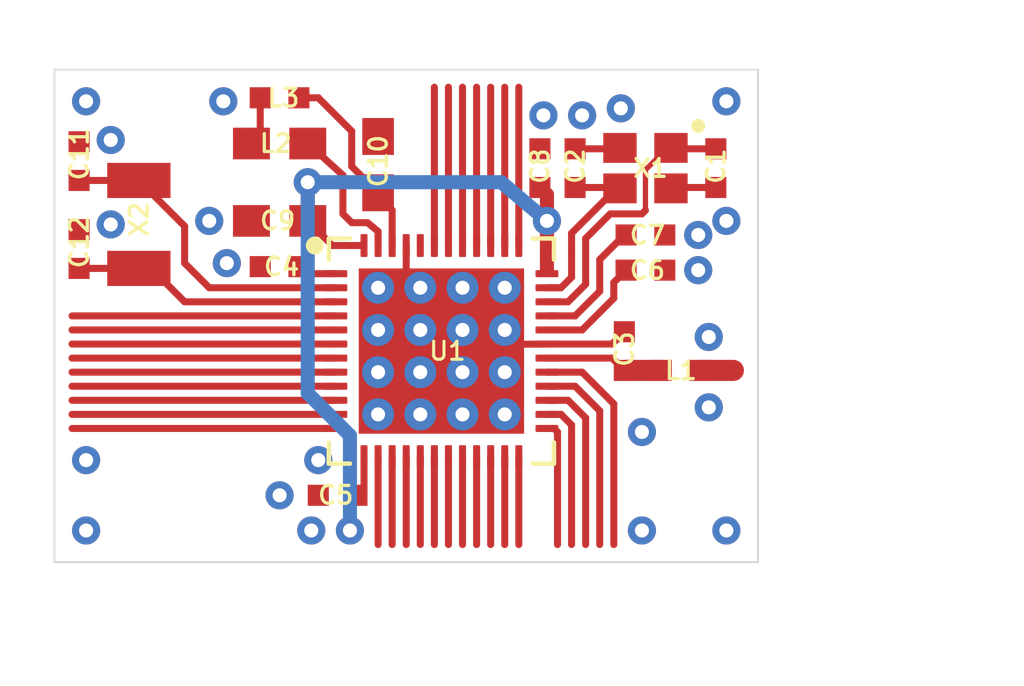
<source format=kicad_pcb>
(kicad_pcb (version 20221018) (generator pcbnew)
  (layers (0 "F.Cu" signal) (31 "B.Cu" signal) (34 "B.Paste" user) (35 "F.Paste" user) (36 "B.SilkS" user "B.Silkscreen") (37 "F.SilkS" user "F.Silkscreen") (38 "B.Mask" user) (39 "F.Mask" user) (44 "Edge.Cuts" user))
  (net 0 "")
  (net 1 "GND")
  (net 2 "DEC1")
  (net 3 "DEC4")
  (net 4 "DEC3")
  (net 5 "DEC2")
  (net 6 "ANT")
  (net 7 "N$3")
  (net 8 "X1")
  (net 9 "P0.31")
  (net 10 "P0.30")
  (net 11 "P0.29")
  (net 12 "P0.28")
  (net 13 "P0.27")
  (net 14 "P0.26")
  (net 15 "P0.25")
  (net 16 "P0.24")
  (net 17 "P0.23")
  (net 18 "P0.22")
  (net 19 "P0.02")
  (net 20 "P0.03")
  (net 21 "P0.04")
  (net 22 "P0.05")
  (net 23 "P0.06")
  (net 24 "P0.07")
  (net 25 "P0.08")
  (net 26 "P0.11")
  (net 27 "P0.12")
  (net 28 "P0.13")
  (net 29 "P0.14")
  (net 30 "P0.15")
  (net 31 "P0.16")
  (net 32 "P0.17")
  (net 33 "P0.18/SWO")
  (net 34 "P0.19")
  (net 35 "P0.20")
  (net 36 "P0.21/RESET")
  (net 37 "P0.00/XL1")
  (net 38 "P0.01/XL2")
  (net 39 "SWDCLK")
  (net 40 "SWDIO")
  (net 41 "VDD_P3V3")
  (net 42 "RF")
  (net 43 "P0.10")
  (net 44 "P0.09")
  (net 45 "N$2")
  (net 46 "N$4")
  (footprint "BT-XTAL_2016_N" (layer "F.Cu") (at 155.3011 100.8036 180)
    (fp_text reference "X1" (at 0.4 -0.3) (layer "F.SilkS") (effects (font (size 0.506528 0.506528) (thickness 0.093472)) (justify left bottom)))
    (fp_text value "32MHz")
    (fp_circle (center -1.5 1.2) (end -1.4 1.2) (stroke (width 0.2)) (fill none) (layer "F.SilkS"))
    (pad "1" smd rect (at -0.725 0.575 180) (size 0.95 0.85) (layers "F.Cu" "F.Paste" "F.Mask") (net 8 "X1"))
    (pad "2" smd rect (at 0.725 0.575 180) (size 0.95 0.85) (layers "F.Cu" "F.Paste" "F.Mask") (net 1 "GND"))
    (pad "3" smd rect (at 0.725 -0.575 180) (size 0.95 0.85) (layers "F.Cu" "F.Paste" "F.Mask") (net 7 "N$3"))
    (pad "4" smd rect (at -0.725 -0.575 180) (size 0.95 0.85) (layers "F.Cu" "F.Paste" "F.Mask") (net 1 "GND"))
  )
  (footprint "RESC0402_N" (layer "F.Cu") (at 157.3011 100.8036 -90)
    (fp_text reference "C1" (at 0.5 -0.3 90) (layer "F.SilkS") (effects (font (size 0.506528 0.506528) (thickness 0.093472)) (justify left bottom)))
    (fp_text value "12pF")
    (pad "1" smd rect (at -0.55 0 270) (size 0.6 0.6) (layers "F.Cu" "F.Paste" "F.Mask") (net 8 "X1"))
    (pad "2" smd rect (at 0.55 0 270) (size 0.6 0.6) (layers "F.Cu" "F.Paste" "F.Mask") (net 1 "GND"))
  )
  (footprint "RESC0402_N" (layer "F.Cu") (at 156.3011 106.5536)
    (fp_text reference "L1" (at -0.5 0.3) (layer "F.SilkS") (effects (font (size 0.506528 0.506528) (thickness 0.093472)) (justify left bottom)))
    (fp_text value "3.9nH")
    (pad "1" smd rect (at -0.55 0) (size 0.6 0.6) (layers "F.Cu" "F.Paste" "F.Mask") (net 6 "ANT"))
    (pad "2" smd rect (at 0.55 0) (size 0.6 0.6) (layers "F.Cu" "F.Paste" "F.Mask") (net 42 "RF"))
  )
  (footprint "RESC0402_N" (layer "F.Cu") (at 155.3011 102.7036)
    (fp_text reference "C7" (at -0.5 0.3) (layer "F.SilkS") (effects (font (size 0.506528 0.506528) (thickness 0.093472)) (justify left bottom)))
    (fp_text value "100pF")
    (pad "1" smd rect (at -0.55 0) (size 0.6 0.6) (layers "F.Cu" "F.Paste" "F.Mask") (net 4 "DEC3"))
    (pad "2" smd rect (at 0.55 0) (size 0.6 0.6) (layers "F.Cu" "F.Paste" "F.Mask") (net 1 "GND"))
  )
  (footprint "RESC0402_N" (layer "F.Cu") (at 144.9011 103.6036 180)
    (fp_text reference "C4" (at 0.5 -0.3) (layer "F.SilkS") (effects (font (size 0.506528 0.506528) (thickness 0.093472)) (justify left bottom)))
    (fp_text value "100nF")
    (pad "1" smd rect (at -0.55 0 180) (size 0.6 0.6) (layers "F.Cu" "F.Paste" "F.Mask") (net 2 "DEC1"))
    (pad "2" smd rect (at 0.55 0 180) (size 0.6 0.6) (layers "F.Cu" "F.Paste" "F.Mask") (net 1 "GND"))
  )
  (footprint "XTAL_3215_N" (layer "F.Cu") (at 140.9011 102.4036 -90)
    (fp_text reference "X2" (at 0.4 -0.3 90) (layer "F.SilkS") (effects (font (size 0.506528 0.506528) (thickness 0.093472)) (justify left bottom)))
    (fp_text value "32.768kHz")
    (pad "1" smd rect (at -1.25 0 270) (size 1 1.8) (layers "F.Cu" "F.Paste" "F.Mask") (net 37 "P0.00/XL1"))
    (pad "2" smd rect (at 1.25 0 270) (size 1 1.8) (layers "F.Cu" "F.Paste" "F.Mask") (net 38 "P0.01/XL2"))
  )
  (footprint "RESC0402_N" (layer "F.Cu") (at 152.3011 100.8036 90)
    (fp_text reference "C8" (at -0.5 0.3 90) (layer "F.SilkS") (effects (font (size 0.506528 0.506528) (thickness 0.093472)) (justify left bottom)))
    (fp_text value "100nF")
    (pad "1" smd rect (at -0.55 0 90) (size 0.6 0.6) (layers "F.Cu" "F.Paste" "F.Mask") (net 41 "VDD_P3V3"))
    (pad "2" smd rect (at 0.55 0 90) (size 0.6 0.6) (layers "F.Cu" "F.Paste" "F.Mask") (net 1 "GND"))
  )
  (footprint "RESC0603_N" (layer "F.Cu") (at 144.9011 102.3036 180)
    (fp_text reference "C9" (at -0.5 0.3) (layer "F.SilkS") (effects (font (size 0.506528 0.506528) (thickness 0.093472)) (justify right top)))
    (fp_text value "4.7µF")
    (pad "1" smd rect (at -0.8 0 180) (size 1.05 0.9) (layers "F.Cu" "F.Paste" "F.Mask") (net 41 "VDD_P3V3"))
    (pad "2" smd rect (at 0.8 0 180) (size 1.05 0.9) (layers "F.Cu" "F.Paste" "F.Mask") (net 1 "GND"))
  )
  (footprint "RESC0402_N" (layer "F.Cu") (at 144.9011 98.8036)
    (fp_text reference "L3" (at -0.4 0.3) (layer "F.SilkS") (effects (font (size 0.506528 0.506528) (thickness 0.093472)) (justify left bottom)))
    (fp_text value "15nH")
    (pad "1" smd rect (at -0.55 0) (size 0.6 0.6) (layers "F.Cu" "F.Paste" "F.Mask") (net 45 "N$2"))
    (pad "2" smd rect (at 0.55 0) (size 0.6 0.6) (layers "F.Cu" "F.Paste" "F.Mask") (net 3 "DEC4"))
  )
  (footprint "RESC0603_N" (layer "F.Cu") (at 144.9011 100.1036 180)
    (fp_text reference "L2" (at -0.4 0.3) (layer "F.SilkS") (effects (font (size 0.506528 0.506528) (thickness 0.093472)) (justify right top)))
    (fp_text value "10µH")
    (pad "1" smd rect (at -0.8 0 180) (size 1.05 0.9) (layers "F.Cu" "F.Paste" "F.Mask") (net 46 "N$4"))
    (pad "2" smd rect (at 0.8 0 180) (size 1.05 0.9) (layers "F.Cu" "F.Paste" "F.Mask") (net 45 "N$2"))
  )
  (footprint "RESC0402_N" (layer "F.Cu") (at 139.2011 100.6036 -90)
    (fp_text reference "C11" (at 0.6 -0.3 90) (layer "F.SilkS") (effects (font (size 0.506528 0.506528) (thickness 0.093472)) (justify left bottom)))
    (fp_text value "12pF")
    (pad "1" smd rect (at -0.55 0 270) (size 0.6 0.6) (layers "F.Cu" "F.Paste" "F.Mask") (net 1 "GND"))
    (pad "2" smd rect (at 0.55 0 270) (size 0.6 0.6) (layers "F.Cu" "F.Paste" "F.Mask") (net 37 "P0.00/XL1"))
  )
  (footprint "RESC0402_N" (layer "F.Cu") (at 154.7011 106.0036 90)
    (fp_text reference "C3" (at -0.5 0.3 90) (layer "F.SilkS") (effects (font (size 0.506528 0.506528) (thickness 0.093472)) (justify left bottom)))
    (fp_text value "0.8pF")
    (pad "1" smd rect (at -0.55 0 90) (size 0.6 0.6) (layers "F.Cu" "F.Paste" "F.Mask") (net 6 "ANT"))
    (pad "2" smd rect (at 0.55 0 90) (size 0.6 0.6) (layers "F.Cu" "F.Paste" "F.Mask") (net 1 "GND"))
  )
  (footprint "RESC0402_N" (layer "F.Cu") (at 155.3011 103.7036)
    (fp_text reference "C6" (at -0.5 0.3) (layer "F.SilkS") (effects (font (size 0.506528 0.506528) (thickness 0.093472)) (justify left bottom)))
    (fp_text value "N.M.")
    (pad "1" smd rect (at -0.55 0) (size 0.6 0.6) (layers "F.Cu" "F.Paste" "F.Mask") (net 5 "DEC2"))
    (pad "2" smd rect (at 0.55 0) (size 0.6 0.6) (layers "F.Cu" "F.Paste" "F.Mask") (net 1 "GND"))
  )
  (footprint "RESC0603_N" (layer "F.Cu") (at 147.7011 100.7036 90)
    (fp_text reference "C10" (at -0.7 0.3 90) (layer "F.SilkS") (effects (font (size 0.506528 0.506528) (thickness 0.093472)) (justify left bottom)))
    (fp_text value "1.0µF")
    (pad "1" smd rect (at -0.8 0 90) (size 1.05 0.9) (layers "F.Cu" "F.Paste" "F.Mask") (net 3 "DEC4"))
    (pad "2" smd rect (at 0.8 0 90) (size 1.05 0.9) (layers "F.Cu" "F.Paste" "F.Mask") (net 1 "GND"))
  )
  (footprint "QFN40P600X600X90-48_N" (layer "F.Cu") (at 149.5011 106.0036)
    (fp_text reference "U1" (at -0.4 0.3) (layer "F.SilkS") (effects (font (size 0.512967 0.512967) (thickness 0.087033)) (justify left bottom)))
    (fp_text value "NRF52832")
    (fp_line (start -3.2 -3.2) (end -3.2 -2.6) (stroke (width 0.127)) (layer "F.SilkS"))
    (fp_line (start -3.2 2.6) (end -3.2 3.2) (stroke (width 0.127)) (layer "F.SilkS"))
    (fp_line (start -3.2 3.2) (end -2.6 3.2) (stroke (width 0.127)) (layer "F.SilkS"))
    (fp_line (start -2.6 -3.2) (end -3.2 -3.2) (stroke (width 0.127)) (layer "F.SilkS"))
    (fp_line (start 2.6 3.2) (end 3.2 3.2) (stroke (width 0.127)) (layer "F.SilkS"))
    (fp_line (start 3.2 -3.2) (end 2.6 -3.2) (stroke (width 0.127)) (layer "F.SilkS"))
    (fp_line (start 3.2 -2.6) (end 3.2 -3.2) (stroke (width 0.127)) (layer "F.SilkS"))
    (fp_line (start 3.2 3.2) (end 3.2 2.6) (stroke (width 0.127)) (layer "F.SilkS"))
    (fp_circle (center -3.6 -3) (end -3.473 -3) (stroke (width 0.254)) (fill solid) (layer "F.SilkS"))
    (pad "1" smd roundrect (at -3 -2.2) (size 0.65 0.2) (layers "F.Cu" "F.Paste" "F.Mask") (roundrect_rratio 0.15) (net 2 "DEC1"))
    (pad "2" smd roundrect (at -3 -1.8) (size 0.65 0.2) (layers "F.Cu" "F.Paste" "F.Mask") (roundrect_rratio 0.15) (net 37 "P0.00/XL1"))
    (pad "3" smd roundrect (at -3 -1.4) (size 0.65 0.2) (layers "F.Cu" "F.Paste" "F.Mask") (roundrect_rratio 0.15) (net 38 "P0.01/XL2"))
    (pad "4" smd roundrect (at -3 -1) (size 0.65 0.2) (layers "F.Cu" "F.Paste" "F.Mask") (roundrect_rratio 0.15) (net 19 "P0.02"))
    (pad "5" smd roundrect (at -3 -0.6) (size 0.65 0.2) (layers "F.Cu" "F.Paste" "F.Mask") (roundrect_rratio 0.15) (net 20 "P0.03"))
    (pad "6" smd roundrect (at -3 -0.2) (size 0.65 0.2) (layers "F.Cu" "F.Paste" "F.Mask") (roundrect_rratio 0.15) (net 21 "P0.04"))
    (pad "7" smd roundrect (at -3 0.2) (size 0.65 0.2) (layers "F.Cu" "F.Paste" "F.Mask") (roundrect_rratio 0.15) (net 22 "P0.05"))
    (pad "8" smd roundrect (at -3 0.6) (size 0.65 0.2) (layers "F.Cu" "F.Paste" "F.Mask") (roundrect_rratio 0.15) (net 23 "P0.06"))
    (pad "9" smd roundrect (at -3 1) (size 0.65 0.2) (layers "F.Cu" "F.Paste" "F.Mask") (roundrect_rratio 0.15) (net 24 "P0.07"))
    (pad "10" smd roundrect (at -3 1.4) (size 0.65 0.2) (layers "F.Cu" "F.Paste" "F.Mask") (roundrect_rratio 0.15) (net 25 "P0.08"))
    (pad "11" smd roundrect (at -3 1.8) (size 0.65 0.2) (layers "F.Cu" "F.Paste" "F.Mask") (roundrect_rratio 0.15) (net 44 "P0.09"))
    (pad "12" smd roundrect (at -3 2.2) (size 0.65 0.2) (layers "F.Cu" "F.Paste" "F.Mask") (roundrect_rratio 0.15) (net 43 "P0.10"))
    (pad "13" smd roundrect (at -2.2 3 90) (size 0.65 0.2) (layers "F.Cu" "F.Paste" "F.Mask") (roundrect_rratio 0.15) (net 41 "VDD_P3V3"))
    (pad "14" smd roundrect (at -1.8 3 90) (size 0.65 0.2) (layers "F.Cu" "F.Paste" "F.Mask") (roundrect_rratio 0.15) (net 26 "P0.11"))
    (pad "15" smd roundrect (at -1.4 3 90) (size 0.65 0.2) (layers "F.Cu" "F.Paste" "F.Mask") (roundrect_rratio 0.15) (net 27 "P0.12"))
    (pad "16" smd roundrect (at -1 3 90) (size 0.65 0.2) (layers "F.Cu" "F.Paste" "F.Mask") (roundrect_rratio 0.15) (net 28 "P0.13"))
    (pad "17" smd roundrect (at -0.6 3 90) (size 0.65 0.2) (layers "F.Cu" "F.Paste" "F.Mask") (roundrect_rratio 0.15) (net 29 "P0.14"))
    (pad "18" smd roundrect (at -0.2 3 90) (size 0.65 0.2) (layers "F.Cu" "F.Paste" "F.Mask") (roundrect_rratio 0.15) (net 30 "P0.15"))
    (pad "19" smd roundrect (at 0.2 3 90) (size 0.65 0.2) (layers "F.Cu" "F.Paste" "F.Mask") (roundrect_rratio 0.15) (net 31 "P0.16"))
    (pad "20" smd roundrect (at 0.6 3 90) (size 0.65 0.2) (layers "F.Cu" "F.Paste" "F.Mask") (roundrect_rratio 0.15) (net 32 "P0.17"))
    (pad "21" smd roundrect (at 1 3 90) (size 0.65 0.2) (layers "F.Cu" "F.Paste" "F.Mask") (roundrect_rratio 0.15) (net 33 "P0.18/SWO"))
    (pad "22" smd roundrect (at 1.4 3 90) (size 0.65 0.2) (layers "F.Cu" "F.Paste" "F.Mask") (roundrect_rratio 0.15) (net 34 "P0.19"))
    (pad "23" smd roundrect (at 1.8 3 90) (size 0.65 0.2) (layers "F.Cu" "F.Paste" "F.Mask") (roundrect_rratio 0.15) (net 35 "P0.20"))
    (pad "24" smd roundrect (at 2.2 3 90) (size 0.65 0.2) (layers "F.Cu" "F.Paste" "F.Mask") (roundrect_rratio 0.15) (net 36 "P0.21/RESET"))
    (pad "25" smd roundrect (at 3 2.2 180) (size 0.65 0.2) (layers "F.Cu" "F.Paste" "F.Mask") (roundrect_rratio 0.15) (net 39 "SWDCLK"))
    (pad "26" smd roundrect (at 3 1.8 180) (size 0.65 0.2) (layers "F.Cu" "F.Paste" "F.Mask") (roundrect_rratio 0.15) (net 40 "SWDIO"))
    (pad "27" smd roundrect (at 3 1.4 180) (size 0.65 0.2) (layers "F.Cu" "F.Paste" "F.Mask") (roundrect_rratio 0.15) (net 18 "P0.22"))
    (pad "28" smd roundrect (at 3 1 180) (size 0.65 0.2) (layers "F.Cu" "F.Paste" "F.Mask") (roundrect_rratio 0.15) (net 17 "P0.23"))
    (pad "29" smd roundrect (at 3 0.6 180) (size 0.65 0.2) (layers "F.Cu" "F.Paste" "F.Mask") (roundrect_rratio 0.15) (net 16 "P0.24"))
    (pad "30" smd roundrect (at 3 0.2 180) (size 0.65 0.2) (layers "F.Cu" "F.Paste" "F.Mask") (roundrect_rratio 0.15) (net 6 "ANT"))
    (pad "31" smd roundrect (at 3 -0.2 180) (size 0.65 0.2) (layers "F.Cu" "F.Paste" "F.Mask") (roundrect_rratio 0.15) (net 1 "GND"))
    (pad "32" smd roundrect (at 3 -0.6 180) (size 0.65 0.2) (layers "F.Cu" "F.Paste" "F.Mask") (roundrect_rratio 0.15) (net 5 "DEC2"))
    (pad "33" smd roundrect (at 3 -1 180) (size 0.65 0.2) (layers "F.Cu" "F.Paste" "F.Mask") (roundrect_rratio 0.15) (net 4 "DEC3"))
    (pad "34" smd roundrect (at 3 -1.4 180) (size 0.65 0.2) (layers "F.Cu" "F.Paste" "F.Mask") (roundrect_rratio 0.15) (net 8 "X1"))
    (pad "35" smd roundrect (at 3 -1.8 180) (size 0.65 0.2) (layers "F.Cu" "F.Paste" "F.Mask") (roundrect_rratio 0.15) (net 7 "N$3"))
    (pad "36" smd roundrect (at 3 -2.2 180) (size 0.65 0.2) (layers "F.Cu" "F.Paste" "F.Mask") (roundrect_rratio 0.15) (net 41 "VDD_P3V3"))
    (pad "37" smd roundrect (at 2.2 -3 270) (size 0.65 0.2) (layers "F.Cu" "F.Paste" "F.Mask") (roundrect_rratio 0.15) (net 15 "P0.25"))
    (pad "38" smd roundrect (at 1.8 -3 270) (size 0.65 0.2) (layers "F.Cu" "F.Paste" "F.Mask") (roundrect_rratio 0.15) (net 14 "P0.26"))
    (pad "39" smd roundrect (at 1.4 -3 270) (size 0.65 0.2) (layers "F.Cu" "F.Paste" "F.Mask") (roundrect_rratio 0.15) (net 13 "P0.27"))
    (pad "40" smd roundrect (at 1 -3 270) (size 0.65 0.2) (layers "F.Cu" "F.Paste" "F.Mask") (roundrect_rratio 0.15) (net 12 "P0.28"))
    (pad "41" smd roundrect (at 0.6 -3 270) (size 0.65 0.2) (layers "F.Cu" "F.Paste" "F.Mask") (roundrect_rratio 0.15) (net 11 "P0.29"))
    (pad "42" smd roundrect (at 0.2 -3 270) (size 0.65 0.2) (layers "F.Cu" "F.Paste" "F.Mask") (roundrect_rratio 0.15) (net 10 "P0.30"))
    (pad "43" smd roundrect (at -0.2 -3 270) (size 0.65 0.2) (layers "F.Cu" "F.Paste" "F.Mask") (roundrect_rratio 0.15) (net 9 "P0.31"))
    (pad "44" smd roundrect (at -0.6 -3 270) (size 0.65 0.2) (layers "F.Cu" "F.Paste" "F.Mask") (roundrect_rratio 0.15))
    (pad "45" smd roundrect (at -1 -3 270) (size 0.65 0.2) (layers "F.Cu" "F.Paste" "F.Mask") (roundrect_rratio 0.15) (net 1 "GND"))
    (pad "46" smd roundrect (at -1.4 -3 270) (size 0.65 0.2) (layers "F.Cu" "F.Paste" "F.Mask") (roundrect_rratio 0.15) (net 3 "DEC4"))
    (pad "47" smd roundrect (at -1.8 -3 270) (size 0.65 0.2) (layers "F.Cu" "F.Paste" "F.Mask") (roundrect_rratio 0.15) (net 46 "N$4"))
    (pad "48" smd roundrect (at -2.2 -3 270) (size 0.65 0.2) (layers "F.Cu" "F.Paste" "F.Mask") (roundrect_rratio 0.15) (net 41 "VDD_P3V3"))
    (pad "PAD" smd rect (at 0 0 270) (size 4.7 4.7) (layers "F.Cu" "F.Paste" "F.Mask") (net 1 "GND"))
    (pad "PAD@VIA01" thru_hole circle (at -1.8 -1.8 180) (size 0.908 0.908) (drill 0.4) (layers "*.Cu" "*.Mask") (net 1 "GND"))
    (pad "PAD@VIA02" thru_hole circle (at -1.8 -0.6 90) (size 0.908 0.908) (drill 0.4) (layers "*.Cu" "*.Mask") (net 1 "GND"))
    (pad "PAD@VIA03" thru_hole circle (at -1.8 0.6 90) (size 0.908 0.908) (drill 0.4) (layers "*.Cu" "*.Mask") (net 1 "GND"))
    (pad "PAD@VIA04" thru_hole circle (at -1.8 1.8 90) (size 0.908 0.908) (drill 0.4) (layers "*.Cu" "*.Mask") (net 1 "GND"))
    (pad "PAD@VIA05" thru_hole circle (at -0.6 -1.8 90) (size 0.908 0.908) (drill 0.4) (layers "*.Cu" "*.Mask") (net 1 "GND"))
    (pad "PAD@VIA06" thru_hole circle (at -0.6 -0.6 90) (size 0.908 0.908) (drill 0.4) (layers "*.Cu" "*.Mask") (net 1 "GND"))
    (pad "PAD@VIA07" thru_hole circle (at -0.6 0.6 90) (size 0.908 0.908) (drill 0.4) (layers "*.Cu" "*.Mask") (net 1 "GND"))
    (pad "PAD@VIA08" thru_hole circle (at -0.6 1.8 90) (size 0.908 0.908) (drill 0.4) (layers "*.Cu" "*.Mask") (net 1 "GND"))
    (pad "PAD@VIA09" thru_hole circle (at 0.6 -1.8 90) (size 0.908 0.908) (drill 0.4) (layers "*.Cu" "*.Mask") (net 1 "GND"))
    (pad "PAD@VIA10" thru_hole circle (at 0.6 -0.6 90) (size 0.908 0.908) (drill 0.4) (layers "*.Cu" "*.Mask") (net 1 "GND"))
    (pad "PAD@VIA11" thru_hole circle (at 0.6 0.6 90) (size 0.908 0.908) (drill 0.4) (layers "*.Cu" "*.Mask") (net 1 "GND"))
    (pad "PAD@VIA12" thru_hole circle (at 0.6 1.8 90) (size 0.908 0.908) (drill 0.4) (layers "*.Cu" "*.Mask") (net 1 "GND"))
    (pad "PAD@VIA13" thru_hole circle (at 1.8 -1.8 90) (size 0.908 0.908) (drill 0.4) (layers "*.Cu" "*.Mask") (net 1 "GND"))
    (pad "PAD@VIA14" thru_hole circle (at 1.8 -0.6 90) (size 0.908 0.908) (drill 0.4) (layers "*.Cu" "*.Mask") (net 1 "GND"))
    (pad "PAD@VIA15" thru_hole circle (at 1.8 0.6 90) (size 0.908 0.908) (drill 0.4) (layers "*.Cu" "*.Mask") (net 1 "GND"))
    (pad "PAD@VIA16" thru_hole circle (at 1.8 1.8 90) (size 0.908 0.908) (drill 0.4) (layers "*.Cu" "*.Mask") (net 1 "GND"))
  )
  (footprint "RESC0402_N" (layer "F.Cu") (at 146.5511 110.1036 180)
    (fp_text reference "C5" (at -0.500003 0.300003) (layer "F.SilkS") (effects (font (size 0.506528 0.506528) (thickness 0.093472)) (justify right top)))
    (fp_text value "100nF")
    (pad "1" smd rect (at -0.55 0 180) (size 0.6 0.6) (layers "F.Cu" "F.Paste" "F.Mask") (net 41 "VDD_P3V3"))
    (pad "2" smd rect (at 0.55 0 180) (size 0.6 0.6) (layers "F.Cu" "F.Paste" "F.Mask") (net 1 "GND"))
  )
  (footprint "RESC0402_N" (layer "F.Cu") (at 153.3011 100.8036 90)
    (fp_text reference "C2" (at -0.5 0.3 90) (layer "F.SilkS") (effects (font (size 0.506528 0.506528) (thickness 0.093472)) (justify left bottom)))
    (fp_text value "12pF")
    (pad "1" smd rect (at -0.55 0 90) (size 0.6 0.6) (layers "F.Cu" "F.Paste" "F.Mask") (net 7 "N$3"))
    (pad "2" smd rect (at 0.55 0 90) (size 0.6 0.6) (layers "F.Cu" "F.Paste" "F.Mask") (net 1 "GND"))
  )
  (footprint "RESC0402_N" (layer "F.Cu") (at 139.2011 103.1036 -90)
    (fp_text reference "C12" (at 0.6 -0.3 90) (layer "F.SilkS") (effects (font (size 0.506528 0.506528) (thickness 0.093472)) (justify left bottom)))
    (fp_text value "12pF")
    (pad "1" smd rect (at -0.55 0 270) (size 0.6 0.6) (layers "F.Cu" "F.Paste" "F.Mask") (net 1 "GND"))
    (pad "2" smd rect (at 0.55 0 270) (size 0.6 0.6) (layers "F.Cu" "F.Paste" "F.Mask") (net 38 "P0.01/XL2"))
  )
  (gr_line (start 158.5011 112.0036) (end 158.5011 98.0036) (stroke (width 0.05)) (layer "Edge.Cuts"))
  (gr_line (start 138.5011 98.0036) (end 138.5011 112.0036) (stroke (width 0.05)) (layer "Edge.Cuts"))
  (gr_line (start 138.5011 112.0036) (end 158.5011 112.0036) (stroke (width 0.05)) (layer "Edge.Cuts"))
  (gr_line (start 158.5011 98.0036) (end 138.5011 98.0036) (stroke (width 0.05)) (layer "Edge.Cuts"))
  (segment (start 151.3511 105.8136) (end 151.3511 106.2136) (width 0.2) (layer "F.Cu") (net 1))
  (segment (start 151.3011 107.8036) (end 150.1011 107.8036) (width 0.2) (layer "F.Cu") (net 1))
  (segment (start 152.5011 105.8036) (end 154.3511 105.8036) (width 0.2) (layer "F.Cu") (net 1))
  (segment (start 150.1011 106.6036) (end 151.3011 106.6036) (width 0.2) (layer "F.Cu") (net 1))
  (segment (start 147.7011 107.8036) (end 148.9011 107.8036) (width 0.2) (layer "F.Cu") (net 1))
  (segment (start 150.1011 105.4036) (end 151.3011 105.4036) (width 0.2) (layer "F.Cu") (net 1))
  (segment (start 151.3511 106.2136) (end 151.3511 106.2136) (width 0.2) (layer "F.Cu") (net 1))
  (segment (start 151.3511 106.2136) (end 151.39941 106.310731) (width 0.2) (layer "F.Cu") (net 1))
  (segment (start 148.9011 105.4036) (end 150.1011 105.4036) (width 0.2) (layer "F.Cu") (net 1))
  (segment (start 147.7011 104.2036) (end 148.5011 104.2036) (width 0.2) (layer "F.Cu") (net 1))
  (segment (start 149.076836 105.827864) (end 149.2011 105.923215) (width 0.2) (layer "F.Cu") (net 1))
  (segment (start 149.345809 105.983155) (end 149.5011 106.0036) (width 0.2) (layer "F.Cu") (net 1))
  (segment (start 151.39941 106.310731) (end 151.406872 106.418955) (width 0.2) (layer "F.Cu") (net 1))
  (segment (start 148.9011 104.2036) (end 150.1011 104.2036) (width 0.2) (layer "F.Cu") (net 1))
  (segment (start 154.3511 105.8036) (end 154.7011 105.4536) (width 0.2) (layer "F.Cu") (net 1))
  (segment (start 148.5011 103.0036) (end 148.5011 104.2036) (width 0.2) (layer "F.Cu") (net 1))
  (segment (start 147.7011 106.6036) (end 148.9011 106.6036) (width 0.2) (layer "F.Cu") (net 1))
  (segment (start 147.7011 107.8036) (end 147.7011 106.6036) (width 0.2) (layer "F.Cu") (net 1))
  (segment (start 153.3011 100.2536) (end 154.5511 100.2536) (width 0.2) (layer "F.Cu") (net 1))
  (segment (start 150.1011 104.2036) (end 151.3011 104.2036) (width 0.2) (layer "F.Cu") (net 1))
  (segment (start 148.602267 104.110835) (end 148.68675 104.181087) (width 0.2) (layer "F.Cu") (net 1))
  (segment (start 148.9011 105.4036) (end 148.921545 105.558891) (width 0.2) (layer "F.Cu") (net 1))
  (segment (start 151.276784 105.727209) (end 151.241186 105.618955) (width 0.2) (layer "F.Cu") (net 1))
  (segment (start 156.0511 101.3536) (end 156.0261 101.3786) (width 0.2) (layer "F.Cu") (net 1))
  (segment (start 148.68675 104.181087) (end 148.9011 104.2036) (width 0.2) (layer "F.Cu") (net 1))
  (segment (start 151.3011 104.2036) (end 151.3011 105.4036) (width 0.2) (layer "F.Cu") (net 1))
  (segment (start 148.5511 104.0136) (end 148.602267 104.110835) (width 0.2) (layer "F.Cu") (net 1))
  (segment (start 144.3511 102.5536) (end 144.1011 102.3036) (width 0.2) (layer "F.Cu") (net 1))
  (segment (start 151.3011 106.6036) (end 151.3011 107.8036) (width 0.2) (layer "F.Cu") (net 1))
  (segment (start 148.5011 104.2036) (end 148.9011 104.2036) (width 0.2) (layer "F.Cu") (net 1))
  (segment (start 148.921545 105.558891) (end 148.981485 105.7036) (width 0.2) (layer "F.Cu") (net 1))
  (segment (start 157.3011 101.3536) (end 156.0511 101.3536) (width 0.2) (layer "F.Cu") (net 1))
  (segment (start 151.3511 105.8136) (end 151.3511 105.8136) (width 0.2) (layer "F.Cu") (net 1))
  (segment (start 148.981485 105.7036) (end 149.076836 105.827864) (width 0.2) (layer "F.Cu") (net 1))
  (segment (start 147.7011 105.4036) (end 148.9011 105.4036) (width 0.2) (layer "F.Cu") (net 1))
  (segment (start 148.9011 105.4036) (end 148.9011 105.4036) (width 0.2) (layer "F.Cu") (net 1))
  (segment (start 151.406872 106.418955) (end 151.3011 106.6036) (width 0.2) (layer "F.Cu") (net 1))
  (segment (start 149.2011 105.923215) (end 149.345809 105.983155) (width 0.2) (layer "F.Cu") (net 1))
  (segment (start 148.5511 104.0136) (end 148.5511 104.0136) (width 0.2) (layer "F.Cu") (net 1))
  (segment (start 151.241186 105.618955) (end 151.3011 105.4036) (width 0.2) (layer "F.Cu") (net 1))
  (segment (start 154.5511 100.2536) (end 154.5761 100.2286) (width 0.2) (layer "F.Cu") (net 1))
  (segment (start 152.5011 105.8036) (end 151.3511 105.8136) (width 0.2) (layer "F.Cu") (net 1))
  (segment (start 151.3511 105.8136) (end 151.276784 105.727209) (width 0.2) (layer "F.Cu") (net 1))
  (segment (start 148.9011 106.6036) (end 150.1011 106.6036) (width 0.2) (layer "F.Cu") (net 1))
  (via (at 145.8011 111.1036) (size 0.8) (drill 0.4) (layers "F.Cu" "B.Cu") (net 1))
  (via (at 155.2011 108.3036) (size 0.8) (drill 0.4) (layers "F.Cu" "B.Cu") (net 1))
  (via (at 157.6011 98.9036) (size 0.8) (drill 0.4) (layers "F.Cu" "B.Cu") (net 1))
  (via (at 156.8011 102.7036) (size 0.8) (drill 0.4) (layers "F.Cu" "B.Cu") (net 1))
  (via (at 144.9011 110.1036) (size 0.8) (drill 0.4) (layers "F.Cu" "B.Cu") (net 1))
  (via (at 152.4011 99.3036) (size 0.8) (drill 0.4) (layers "F.Cu" "B.Cu") (net 1))
  (via (at 157.1011 105.6036) (size 0.8) (drill 0.4) (layers "F.Cu" "B.Cu") (net 1))
  (via (at 140.1011 102.4036) (size 0.8) (drill 0.4) (layers "F.Cu" "B.Cu") (net 1))
  (via (at 139.4011 111.1036) (size 0.8) (drill 0.4) (layers "F.Cu" "B.Cu") (net 1))
  (via (at 157.6011 102.3036) (size 0.8) (drill 0.4) (layers "F.Cu" "B.Cu") (net 1))
  (via (at 157.1011 107.6036) (size 0.8) (drill 0.4) (layers "F.Cu" "B.Cu") (net 1))
  (via (at 154.6011 99.1036) (size 0.8) (drill 0.4) (layers "F.Cu" "B.Cu") (net 1))
  (via (at 139.4011 98.9036) (size 0.8) (drill 0.4) (layers "F.Cu" "B.Cu") (net 1))
  (via (at 139.4011 109.1036) (size 0.8) (drill 0.4) (layers "F.Cu" "B.Cu") (net 1))
  (via (at 143.4011 103.5036) (size 0.8) (drill 0.4) (layers "F.Cu" "B.Cu") (net 1))
  (via (at 155.2011 111.1036) (size 0.8) (drill 0.4) (layers "F.Cu" "B.Cu") (net 1))
  (via (at 157.6011 111.1036) (size 0.8) (drill 0.4) (layers "F.Cu" "B.Cu") (net 1))
  (via (at 146.0011 109.1036) (size 0.8) (drill 0.4) (layers "F.Cu" "B.Cu") (net 1))
  (via (at 143.3011 98.9036) (size 0.8) (drill 0.4) (layers "F.Cu" "B.Cu") (net 1))
  (via (at 140.1011 100.0036) (size 0.8) (drill 0.4) (layers "F.Cu" "B.Cu") (net 1))
  (via (at 156.8011 103.7036) (size 0.8) (drill 0.4) (layers "F.Cu" "B.Cu") (net 1))
  (via (at 153.5011 99.3036) (size 0.8) (drill 0.4) (layers "F.Cu" "B.Cu") (net 1))
  (via (at 142.9011 102.3036) (size 0.8) (drill 0.4) (layers "F.Cu" "B.Cu") (net 1))
  (segment (start 146.5011 103.8036) (end 145.6511 103.8036) (width 0.2) (layer "F.Cu") (net 2))
  (segment (start 145.6511 103.8036) (end 145.4511 103.6036) (width 0.2) (layer "F.Cu") (net 2))
  (segment (start 146.0011 98.8036) (end 146.9511 99.7536) (width 0.2) (layer "F.Cu") (net 3))
  (segment (start 148.1011 103.0036) (end 148.1011 102.0036) (width 0.2) (layer "F.Cu") (net 3))
  (segment (start 148.1011 102.0036) (end 147.7011 101.5036) (width 0.2) (layer "F.Cu") (net 3))
  (segment (start 145.4511 98.8036) (end 146.0011 98.8036) (width 0.2) (layer "F.Cu") (net 3))
  (segment (start 146.9511 99.7536) (end 146.9511 100.5536) (width 0.2) (layer "F.Cu") (net 3))
  (segment (start 146.9511 100.5536) (end 146.9511 100.7536) (width 0.2) (layer "F.Cu") (net 3))
  (segment (start 146.9511 100.7536) (end 147.7011 101.5036) (width 0.2) (layer "F.Cu") (net 3))
  (segment (start 154.6511 102.7536) (end 154.7511 102.7036) (width 0.2) (layer "F.Cu") (net 4))
  (segment (start 153.7011 104.6036) (end 154.0011 104.3036) (width 0.2) (layer "F.Cu") (net 4))
  (segment (start 154.0011 103.4036) (end 154.6511 102.7536) (width 0.2) (layer "F.Cu") (net 4))
  (segment (start 152.5011 105.0036) (end 153.3011 105.0036) (width 0.2) (layer "F.Cu") (net 4))
  (segment (start 154.0011 104.3036) (end 154.0011 103.4036) (width 0.2) (layer "F.Cu") (net 4))
  (segment (start 153.3011 105.0036) (end 153.7011 104.6036) (width 0.2) (layer "F.Cu") (net 4))
  (segment (start 154.4011 104.0536) (end 154.7511 103.7036) (width 0.2) (layer "F.Cu") (net 5))
  (segment (start 154.4011 104.5036) (end 154.4011 104.3036) (width 0.2) (layer "F.Cu") (net 5))
  (segment (start 154.1011 104.8036) (end 154.4011 104.5036) (width 0.2) (layer "F.Cu") (net 5))
  (segment (start 154.4011 104.3036) (end 154.4011 104.0536) (width 0.2) (layer "F.Cu") (net 5))
  (segment (start 152.5011 105.4036) (end 153.5011 105.4036) (width 0.2) (layer "F.Cu") (net 5))
  (segment (start 153.5011 105.4036) (end 154.1011 104.8036) (width 0.2) (layer "F.Cu") (net 5))
  (segment (start 152.5011 106.2036) (end 154.3511 106.2036) (width 0.2) (layer "F.Cu") (net 6))
  (segment (start 154.3511 106.2036) (end 154.7011 106.5536) (width 0.2) (layer "F.Cu") (net 6))
  (segment (start 154.7511 106.5536) (end 154.7011 106.5536) (width 0.2) (layer "F.Cu") (net 6))
  (segment (start 155.7511 106.5536) (end 154.7511 106.5536) (width 0.6) (layer "F.Cu") (net 6))
  (segment (start 152.5011 104.2036) (end 152.9011 104.2036) (width 0.2) (layer "F.Cu") (net 7))
  (segment (start 153.2011 103.1036) (end 153.2011 102.6536) (width 0.2) (layer "F.Cu") (net 7))
  (segment (start 153.2011 103.9036) (end 153.2011 103.1036) (width 0.2) (layer "F.Cu") (net 7))
  (segment (start 154.5511 101.3536) (end 154.5761 101.3786) (width 0.2) (layer "F.Cu") (net 7))
  (segment (start 154.5011 101.3536) (end 154.5511 101.3536) (width 0.2) (layer "F.Cu") (net 7))
  (segment (start 152.9011 104.2036) (end 153.2011 103.9036) (width 0.2) (layer "F.Cu") (net 7))
  (segment (start 153.3011 101.3536) (end 154.5011 101.3536) (width 0.2) (layer "F.Cu") (net 7))
  (segment (start 153.2011 102.6536) (end 154.5011 101.3536) (width 0.2) (layer "F.Cu") (net 7))
  (segment (start 153.6011 102.8036) (end 154.3011 102.1036) (width 0.2) (layer "F.Cu") (net 8))
  (segment (start 156.0511 100.2536) (end 156.0261 100.2286) (width 0.2) (layer "F.Cu") (net 8))
  (segment (start 152.5011 104.6036) (end 153.1011 104.6036) (width 0.2) (layer "F.Cu") (net 8))
  (segment (start 155.3011 100.8536) (end 155.9261 100.2286) (width 0.15) (layer "F.Cu") (net 8))
  (segment (start 155.3011 102.0036) (end 155.3011 100.8536) (width 0.15) (layer "F.Cu") (net 8))
  (segment (start 157.3011 100.2536) (end 156.0511 100.2536) (width 0.2) (layer "F.Cu") (net 8))
  (segment (start 153.5011 104.2036) (end 153.6011 104.1036) (width 0.2) (layer "F.Cu") (net 8))
  (segment (start 153.6011 104.1036) (end 153.6011 103.3036) (width 0.2) (layer "F.Cu") (net 8))
  (segment (start 154.3011 102.1036) (end 155.2011 102.1036) (width 0.2) (layer "F.Cu") (net 8))
  (segment (start 153.6011 103.3036) (end 153.6011 102.8036) (width 0.2) (layer "F.Cu") (net 8))
  (segment (start 155.2011 102.1036) (end 155.3011 102.0036) (width 0.2) (layer "F.Cu") (net 8))
  (segment (start 153.1011 104.6036) (end 153.5011 104.2036) (width 0.2) (layer "F.Cu") (net 8))
  (segment (start 155.9261 100.2286) (end 156.0261 100.2286) (width 0.15) (layer "F.Cu") (net 8))
  (segment (start 149.3011 103.0036) (end 149.3011 98.5036) (width 0.2) (layer "F.Cu") (net 9))
  (segment (start 149.7011 103.0036) (end 149.7011 98.5036) (width 0.2) (layer "F.Cu") (net 10))
  (segment (start 150.1011 103.0036) (end 150.1011 98.5036) (width 0.2) (layer "F.Cu") (net 11))
  (segment (start 150.5011 103.0036) (end 150.5011 98.5036) (width 0.2) (layer "F.Cu") (net 12))
  (segment (start 150.9011 103.0036) (end 150.9011 98.5036) (width 0.2) (layer "F.Cu") (net 13))
  (segment (start 151.3011 103.0036) (end 151.3011 98.5036) (width 0.2) (layer "F.Cu") (net 14))
  (segment (start 151.7011 103.0036) (end 151.7011 98.5036) (width 0.2) (layer "F.Cu") (net 15))
  (segment (start 154.4011 107.5036) (end 154.4011 111.5036) (width 0.2) (layer "F.Cu") (net 16))
  (segment (start 153.5011 106.6036) (end 154.2011 107.3036) (width 0.2) (layer "F.Cu") (net 16))
  (segment (start 154.2011 107.3036) (end 154.3011 107.4036) (width 0.2) (layer "F.Cu") (net 16))
  (segment (start 154.3011 107.4036) (end 154.4011 107.5036) (width 0.2) (layer "F.Cu") (net 16))
  (segment (start 152.5011 106.6036) (end 153.5011 106.6036) (width 0.2) (layer "F.Cu") (net 16))
  (segment (start 153.4011 107.1036) (end 153.3011 107.0036) (width 0.2) (layer "F.Cu") (net 17))
  (segment (start 154.0011 107.7036) (end 154.0011 111.5036) (width 0.2) (layer "F.Cu") (net 17))
  (segment (start 153.3011 107.0036) (end 152.5011 107.0036) (width 0.2) (layer "F.Cu") (net 17))
  (segment (start 153.4011 107.1036) (end 154.0011 107.7036) (width 0.2) (layer "F.Cu") (net 17))
  (segment (start 153.1011 107.4036) (end 153.6011 107.9036) (width 0.2) (layer "F.Cu") (net 18))
  (segment (start 153.6011 107.9036) (end 153.6011 111.5036) (width 0.2) (layer "F.Cu") (net 18))
  (segment (start 152.5011 107.4036) (end 153.1011 107.4036) (width 0.2) (layer "F.Cu") (net 18))
  (segment (start 146.5011 105.0036) (end 139.0011 105.0036) (width 0.2) (layer "F.Cu") (net 19))
  (segment (start 146.5011 105.4036) (end 139.0011 105.4036) (width 0.2) (layer "F.Cu") (net 20))
  (segment (start 146.5011 105.8036) (end 139.0011 105.8036) (width 0.2) (layer "F.Cu") (net 21))
  (segment (start 146.5011 106.2036) (end 139.0011 106.2036) (width 0.2) (layer "F.Cu") (net 22))
  (segment (start 146.5011 106.6036) (end 139.0011 106.6036) (width 0.2) (layer "F.Cu") (net 23))
  (segment (start 146.5011 107.0036) (end 139.0011 107.0036) (width 0.2) (layer "F.Cu") (net 24))
  (segment (start 146.5011 107.4036) (end 139.0011 107.4036) (width 0.2) (layer "F.Cu") (net 25))
  (segment (start 147.7011 109.0036) (end 147.7011 111.5036) (width 0.2) (layer "F.Cu") (net 26))
  (segment (start 148.1011 109.0036) (end 148.1011 111.5036) (width 0.2) (layer "F.Cu") (net 27))
  (segment (start 148.5011 109.0036) (end 148.5011 111.5036) (width 0.2) (layer "F.Cu") (net 28))
  (segment (start 148.9011 109.0036) (end 148.9011 111.5036) (width 0.2) (layer "F.Cu") (net 29))
  (segment (start 149.3011 109.0036) (end 149.3011 111.5036) (width 0.2) (layer "F.Cu") (net 30))
  (segment (start 149.7011 109.0036) (end 149.7011 111.5036) (width 0.2) (layer "F.Cu") (net 31))
  (segment (start 150.1011 109.0036) (end 150.1011 111.5036) (width 0.2) (layer "F.Cu") (net 32))
  (segment (start 150.5011 109.0036) (end 150.5011 111.5036) (width 0.2) (layer "F.Cu") (net 33))
  (segment (start 150.9011 109.0036) (end 150.9011 111.5036) (width 0.2) (layer "F.Cu") (net 34))
  (segment (start 151.3011 109.0036) (end 151.3011 111.5036) (width 0.2) (layer "F.Cu") (net 35))
  (segment (start 151.7011 109.0036) (end 151.7011 111.5036) (width 0.2) (layer "F.Cu") (net 36))
  (segment (start 142.2011 102.4536) (end 140.9011 101.1536) (width 0.2) (layer "F.Cu") (net 37))
  (segment (start 142.2011 103.5036) (end 142.2011 102.4536) (width 0.2) (layer "F.Cu") (net 37))
  (segment (start 140.9011 101.1536) (end 139.2011 101.1536) (width 0.2) (layer "F.Cu") (net 37))
  (segment (start 146.5011 104.2036) (end 142.9011 104.2036) (width 0.2) (layer "F.Cu") (net 37))
  (segment (start 142.9011 104.2036) (end 142.2011 103.5036) (width 0.2) (layer "F.Cu") (net 37))
  (segment (start 140.9011 103.6536) (end 141.1511 103.9036) (width 0.2) (layer "F.Cu") (net 38))
  (segment (start 140.9011 103.6536) (end 139.2011 103.6536) (width 0.2) (layer "F.Cu") (net 38))
  (segment (start 141.1511 103.9036) (end 141.5011 103.9036) (width 0.2) (layer "F.Cu") (net 38))
  (segment (start 142.2011 104.6036) (end 146.5011 104.6036) (width 0.2) (layer "F.Cu") (net 38))
  (segment (start 141.5011 103.9036) (end 142.2011 104.6036) (width 0.2) (layer "F.Cu") (net 38))
  (segment (start 152.7011 108.2036) (end 152.8011 108.3036) (width 0.2) (layer "F.Cu") (net 39))
  (segment (start 152.5011 108.2036) (end 152.7011 108.2036) (width 0.2) (layer "F.Cu") (net 39))
  (segment (start 152.8011 108.3036) (end 152.8011 111.5036) (width 0.2) (layer "F.Cu") (net 39))
  (segment (start 153.2011 108.1036) (end 153.2011 111.5036) (width 0.2) (layer "F.Cu") (net 40))
  (segment (start 152.5011 107.8036) (end 152.9011 107.8036) (width 0.2) (layer "F.Cu") (net 40))
  (segment (start 152.9011 107.8036) (end 153.2011 108.1036) (width 0.2) (layer "F.Cu") (net 40))
  (segment (start 147.3011 110.1036) (end 147.1011 110.1036) (width 0.2) (layer "F.Cu") (net 41))
  (segment (start 152.3011 101.3536) (end 152.5011 101.5536) (width 0.4) (layer "F.Cu") (net 41))
  (segment (start 152.5011 103.8036) (end 152.5011 103.7036) (width 0.2) (layer "F.Cu") (net 41))
  (segment (start 146.9011 110.1036) (end 146.9011 111.1036) (width 0.2) (layer "F.Cu") (net 41))
  (segment (start 145.7011 101.2036) (end 145.7011 102.3036) (width 0.4) (layer "F.Cu") (net 41))
  (segment (start 152.5011 102.3036) (end 152.5011 103.7036) (width 0.4) (layer "F.Cu") (net 41))
  (segment (start 152.5011 101.5536) (end 152.5011 102.3036) (width 0.4) (layer "F.Cu") (net 41))
  (segment (start 147.3011 109.0036) (end 147.3011 110.1036) (width 0.2) (layer "F.Cu") (net 41))
  (segment (start 147.1011 110.1036) (end 146.9011 110.1036) (width 0.2) (layer "F.Cu") (net 41))
  (segment (start 146.4011 103.0036) (end 145.7011 102.3036) (width 0.2) (layer "F.Cu") (net 41))
  (segment (start 147.3011 103.0036) (end 146.4011 103.0036) (width 0.2) (layer "F.Cu") (net 41))
  (via (at 152.5011 102.3036) (size 0.8) (drill 0.4) (layers "F.Cu" "B.Cu") (net 41))
  (via (at 145.7011 101.2036) (size 0.8) (drill 0.4) (layers "F.Cu" "B.Cu") (net 41))
  (via (at 146.9011 111.1036) (size 0.8) (drill 0.4) (layers "F.Cu" "B.Cu") (net 41))
  (segment (start 145.7011 101.2036) (end 151.2011 101.2036) (width 0.4) (layer "B.Cu") (net 41))
  (segment (start 145.7011 107.2036) (end 146.9011 108.4036) (width 0.4) (layer "B.Cu") (net 41))
  (segment (start 145.7011 101.2036) (end 145.7011 107.2036) (width 0.4) (layer "B.Cu") (net 41))
  (segment (start 151.2011 101.2036) (end 152.5011 102.3036) (width 0.4) (layer "B.Cu") (net 41))
  (segment (start 146.9011 108.4036) (end 146.9011 111.1036) (width 0.4) (layer "B.Cu") (net 41))
  (segment (start 156.8511 106.5536) (end 157.8011 106.5536) (width 0.6) (layer "F.Cu") (net 42))
  (segment (start 146.5011 108.2036) (end 139.0011 108.2036) (width 0.2) (layer "F.Cu") (net 43))
  (segment (start 146.5011 107.8036) (end 139.0011 107.8036) (width 0.2) (layer "F.Cu") (net 44))
  (segment (start 144.3511 98.8036) (end 144.3511 100.1036) (width 0.2) (layer "F.Cu") (net 45))
  (segment (start 144.3511 100.1036) (end 144.1011 100.1036) (width 0.2) (layer "F.Cu") (net 45))
  (segment (start 147.7011 103.0036) (end 147.7011 102.6036) (width 0.2) (layer "F.Cu") (net 46))
  (segment (start 147.7011 102.6036) (end 147.4011 102.3536) (width 0.2) (layer "F.Cu") (net 46))
  (segment (start 146.7011 102.1036) (end 146.7011 101.0036) (width 0.2) (layer "F.Cu") (net 46))
  (segment (start 146.7011 101.0036) (end 145.7011 100.1036) (width 0.2) (layer "F.Cu") (net 46))
  (segment (start 147.4011 102.3536) (end 146.9511 102.3536) (width 0.2) (layer "F.Cu") (net 46))
  (segment (start 146.9511 102.3536) (end 146.7011 102.1036) (width 0.2) (layer "F.Cu") (net 46))
)
</source>
